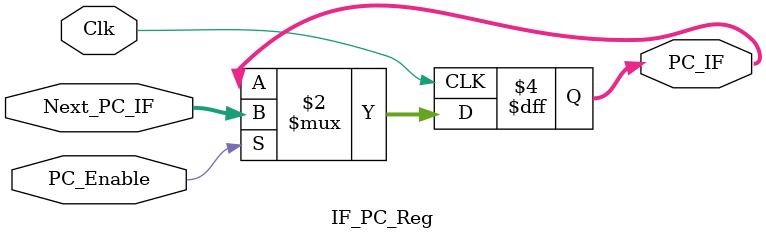
<source format=v>


module IF_PC_Reg(
		 input [31:0]Next_PC_IF,
		 input PC_Enable,
		 output reg [31:0]PC_IF,
		 input Clk
		 );
		 
   always@(posedge Clk)
		begin
			if(PC_Enable)
				begin
					PC_IF <= Next_PC_IF;
				end
		end

endmodule // IF_PC_Reg



   
   

</source>
